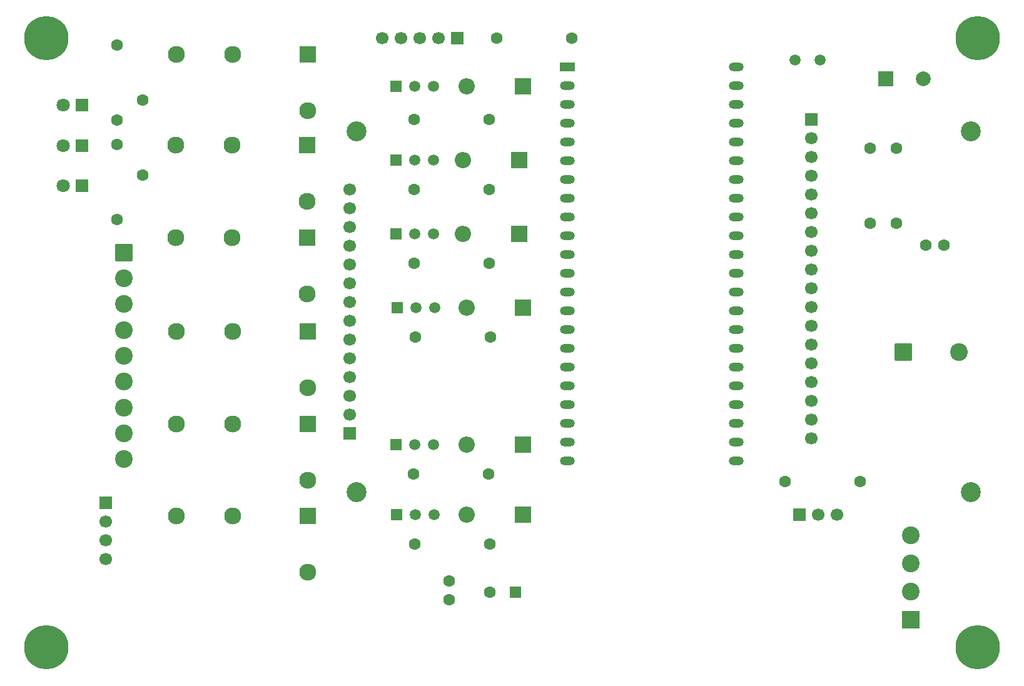
<source format=gbr>
%TF.GenerationSoftware,KiCad,Pcbnew,9.0.6-9.0.6~ubuntu22.04.1*%
%TF.CreationDate,2025-12-09T13:45:13-06:00*%
%TF.ProjectId,ESP32-DevKitC3-Simple-Thermostat-PCB,45535033-322d-4446-9576-4b697443332d,rev?*%
%TF.SameCoordinates,Original*%
%TF.FileFunction,Soldermask,Bot*%
%TF.FilePolarity,Negative*%
%FSLAX46Y46*%
G04 Gerber Fmt 4.6, Leading zero omitted, Abs format (unit mm)*
G04 Created by KiCad (PCBNEW 9.0.6-9.0.6~ubuntu22.04.1) date 2025-12-09 13:45:13*
%MOMM*%
%LPD*%
G01*
G04 APERTURE LIST*
G04 Aperture macros list*
%AMRoundRect*
0 Rectangle with rounded corners*
0 $1 Rounding radius*
0 $2 $3 $4 $5 $6 $7 $8 $9 X,Y pos of 4 corners*
0 Add a 4 corners polygon primitive as box body*
4,1,4,$2,$3,$4,$5,$6,$7,$8,$9,$2,$3,0*
0 Add four circle primitives for the rounded corners*
1,1,$1+$1,$2,$3*
1,1,$1+$1,$4,$5*
1,1,$1+$1,$6,$7*
1,1,$1+$1,$8,$9*
0 Add four rect primitives between the rounded corners*
20,1,$1+$1,$2,$3,$4,$5,0*
20,1,$1+$1,$4,$5,$6,$7,0*
20,1,$1+$1,$6,$7,$8,$9,0*
20,1,$1+$1,$8,$9,$2,$3,0*%
G04 Aperture macros list end*
%ADD10C,1.600000*%
%ADD11R,1.700000X1.700000*%
%ADD12C,1.700000*%
%ADD13C,6.000000*%
%ADD14R,2.300000X2.300000*%
%ADD15C,2.300000*%
%ADD16R,1.500000X1.500000*%
%ADD17C,1.500000*%
%ADD18R,1.800000X1.800000*%
%ADD19C,1.800000*%
%ADD20RoundRect,0.250001X-0.949999X0.949999X-0.949999X-0.949999X0.949999X-0.949999X0.949999X0.949999X0*%
%ADD21C,2.400000*%
%ADD22R,2.200000X2.200000*%
%ADD23O,2.200000X2.200000*%
%ADD24C,2.700000*%
%ADD25R,2.000000X2.000000*%
%ADD26C,2.000000*%
%ADD27RoundRect,0.250000X0.550000X0.550000X-0.550000X0.550000X-0.550000X-0.550000X0.550000X-0.550000X0*%
%ADD28R,2.400000X2.400000*%
%ADD29R,2.000000X1.200000*%
%ADD30O,2.000000X1.200000*%
%ADD31RoundRect,0.250001X-0.949999X-0.949999X0.949999X-0.949999X0.949999X0.949999X-0.949999X0.949999X0*%
G04 APERTURE END LIST*
D10*
%TO.C,R11*%
X34500000Y-56080000D03*
X34500000Y-45920000D03*
%TD*%
D11*
%TO.C,J6*%
X80620000Y-31500000D03*
D12*
X78080000Y-31500000D03*
X75540000Y-31500000D03*
X73000000Y-31500000D03*
X70460000Y-31500000D03*
%TD*%
D13*
%TO.C,H3*%
X151000000Y-114000000D03*
%TD*%
D10*
%TO.C,R10*%
X85920000Y-31500000D03*
X96080000Y-31500000D03*
%TD*%
D14*
%TO.C,K1*%
X60375000Y-33700000D03*
D15*
X50215000Y-33700000D03*
X42595000Y-33700000D03*
X60375000Y-41320000D03*
%TD*%
D16*
%TO.C,Q3*%
X72270000Y-58000000D03*
D17*
X74810000Y-58000000D03*
X77350000Y-58000000D03*
%TD*%
%TO.C,R12*%
X126300000Y-34500000D03*
X129700000Y-34500000D03*
%TD*%
D10*
%TO.C,R8*%
X140000000Y-56580000D03*
X140000000Y-46420000D03*
%TD*%
D18*
%TO.C,D10*%
X29770000Y-46030000D03*
D19*
X27230000Y-46030000D03*
%TD*%
D20*
%TO.C,J2*%
X35500000Y-60500000D03*
D21*
X35500000Y-64000000D03*
X35500000Y-67500000D03*
X35500000Y-71000000D03*
X35500000Y-74500000D03*
X35500000Y-78000000D03*
X35500000Y-81500000D03*
X35500000Y-85000000D03*
X35500000Y-88500000D03*
%TD*%
D22*
%TO.C,D4*%
X89500000Y-68000000D03*
D23*
X81880000Y-68000000D03*
%TD*%
D11*
%TO.C,J1*%
X128500000Y-42520000D03*
D12*
X128500000Y-45060000D03*
X128500000Y-47600000D03*
X128500000Y-50140000D03*
X128500000Y-52680000D03*
X128500000Y-55220000D03*
X128500000Y-57760000D03*
X128500000Y-60300000D03*
X128500000Y-62840000D03*
X128500000Y-65380000D03*
X128500000Y-67920000D03*
X128500000Y-70460000D03*
X128500000Y-73000000D03*
X128500000Y-75540000D03*
X128500000Y-78080000D03*
X128500000Y-80620000D03*
X128500000Y-83160000D03*
X128500000Y-85700000D03*
%TD*%
D13*
%TO.C,H2*%
X25000000Y-114000000D03*
%TD*%
D18*
%TO.C,D11*%
X29770000Y-40560000D03*
D19*
X27230000Y-40560000D03*
%TD*%
D10*
%TO.C,C6*%
X146500000Y-59500000D03*
X144000000Y-59500000D03*
%TD*%
%TO.C,R13*%
X38000000Y-50080000D03*
X38000000Y-39920000D03*
%TD*%
%TO.C,R7*%
X124920000Y-91500000D03*
X135080000Y-91500000D03*
%TD*%
D16*
%TO.C,Q4*%
X72460000Y-68000000D03*
D17*
X75000000Y-68000000D03*
X77540000Y-68000000D03*
%TD*%
D22*
%TO.C,D3*%
X89000000Y-58000000D03*
D23*
X81380000Y-58000000D03*
%TD*%
D24*
%TO.C,H6*%
X67000000Y-93000000D03*
%TD*%
D22*
%TO.C,D2*%
X89000000Y-48000000D03*
D23*
X81380000Y-48000000D03*
%TD*%
D16*
%TO.C,Q5*%
X72310000Y-86500000D03*
D17*
X74850000Y-86500000D03*
X77390000Y-86500000D03*
%TD*%
D14*
%TO.C,K5*%
X60375000Y-83700000D03*
D15*
X50215000Y-83700000D03*
X42595000Y-83700000D03*
X60375000Y-91320000D03*
%TD*%
D10*
%TO.C,R1*%
X74730000Y-42500000D03*
X84890000Y-42500000D03*
%TD*%
D24*
%TO.C,H7*%
X67000000Y-44100000D03*
%TD*%
D22*
%TO.C,D5*%
X89500000Y-86500000D03*
D23*
X81880000Y-86500000D03*
%TD*%
D25*
%TO.C,BZ1*%
X138629200Y-37000000D03*
D26*
X143629200Y-37000000D03*
%TD*%
D14*
%TO.C,K2*%
X60280000Y-46000000D03*
D15*
X50120000Y-46000000D03*
X42500000Y-46000000D03*
X60280000Y-53620000D03*
%TD*%
D10*
%TO.C,R6*%
X74840000Y-100000000D03*
X85000000Y-100000000D03*
%TD*%
D13*
%TO.C,H1*%
X25000000Y-31500000D03*
%TD*%
D10*
%TO.C,R5*%
X74650000Y-90500000D03*
X84810000Y-90500000D03*
%TD*%
%TO.C,R3*%
X74730000Y-62000000D03*
X84890000Y-62000000D03*
%TD*%
D27*
%TO.C,C8*%
X88500000Y-106500000D03*
D10*
X85000000Y-106500000D03*
%TD*%
D28*
%TO.C,D7*%
X142000000Y-110200000D03*
D21*
X142000000Y-106390000D03*
X142000000Y-102580000D03*
X142000000Y-98770000D03*
%TD*%
D29*
%TO.C,U1*%
X95500000Y-35360000D03*
D30*
X95500000Y-37900000D03*
X95500000Y-40440000D03*
X95500000Y-42980000D03*
X95500000Y-45520000D03*
X95500000Y-48060000D03*
X95500000Y-50600000D03*
X95500000Y-53140000D03*
X95500000Y-55680000D03*
X95500000Y-58220000D03*
X95500000Y-60760000D03*
X95500000Y-63300000D03*
X95500000Y-65840000D03*
X95500000Y-68380000D03*
X95500000Y-70920000D03*
X95500000Y-73460000D03*
X95500000Y-76000000D03*
X95500000Y-78540000D03*
X95500000Y-81080000D03*
X95496320Y-83617280D03*
X95496320Y-86157280D03*
X95496320Y-88697280D03*
X118360000Y-88700000D03*
X118360000Y-86160000D03*
X118360000Y-83620000D03*
X118360000Y-81080000D03*
X118360000Y-78540000D03*
X118360000Y-76000000D03*
X118360000Y-73460000D03*
X118360000Y-70920000D03*
X118360000Y-68380000D03*
X118360000Y-65840000D03*
X118360000Y-63300000D03*
X118360000Y-60760000D03*
X118360000Y-58220000D03*
X118360000Y-55680000D03*
X118360000Y-53140000D03*
X118360000Y-50600000D03*
X118360000Y-48060000D03*
X118360000Y-45520000D03*
X118360000Y-42980000D03*
X118360000Y-40440000D03*
X118360000Y-37900000D03*
X118360000Y-35360000D03*
%TD*%
D16*
%TO.C,Q1*%
X72270000Y-38000000D03*
D17*
X74810000Y-38000000D03*
X77350000Y-38000000D03*
%TD*%
D22*
%TO.C,D1*%
X89500000Y-38000000D03*
D23*
X81880000Y-38000000D03*
%TD*%
D16*
%TO.C,Q6*%
X72380000Y-96000000D03*
D17*
X74920000Y-96000000D03*
X77460000Y-96000000D03*
%TD*%
D11*
%TO.C,J3*%
X126920000Y-96000000D03*
D12*
X129460000Y-96000000D03*
X132000000Y-96000000D03*
%TD*%
D10*
%TO.C,R9*%
X136500000Y-56580000D03*
X136500000Y-46420000D03*
%TD*%
D22*
%TO.C,D6*%
X89500000Y-96000000D03*
D23*
X81880000Y-96000000D03*
%TD*%
D10*
%TO.C,R14*%
X34500000Y-42580000D03*
X34500000Y-32420000D03*
%TD*%
%TO.C,R2*%
X74730000Y-52000000D03*
X84890000Y-52000000D03*
%TD*%
D11*
%TO.C,J5*%
X33000000Y-94420000D03*
D12*
X33000000Y-96960000D03*
X33000000Y-99500000D03*
X33000000Y-102040000D03*
%TD*%
D14*
%TO.C,K4*%
X60375000Y-71200000D03*
D15*
X50215000Y-71200000D03*
X42595000Y-71200000D03*
X60375000Y-78820000D03*
%TD*%
D14*
%TO.C,K3*%
X60280000Y-58500000D03*
D15*
X50120000Y-58500000D03*
X42500000Y-58500000D03*
X60280000Y-66120000D03*
%TD*%
D24*
%TO.C,H5*%
X150110000Y-93000000D03*
%TD*%
D10*
%TO.C,C9*%
X79500000Y-107500000D03*
X79500000Y-105000000D03*
%TD*%
D16*
%TO.C,Q2*%
X72270000Y-48000000D03*
D17*
X74810000Y-48000000D03*
X77350000Y-48000000D03*
%TD*%
D13*
%TO.C,H4*%
X151000000Y-31500000D03*
%TD*%
D10*
%TO.C,R4*%
X74920000Y-72000000D03*
X85080000Y-72000000D03*
%TD*%
D24*
%TO.C,H8*%
X150110000Y-44100000D03*
%TD*%
D31*
%TO.C,C5*%
X140987200Y-74000000D03*
D21*
X148487200Y-74000000D03*
%TD*%
D18*
%TO.C,D9*%
X29770000Y-51500000D03*
D19*
X27230000Y-51500000D03*
%TD*%
D11*
%TO.C,J4*%
X66000000Y-85040000D03*
D12*
X66000000Y-82500000D03*
X66000000Y-79960000D03*
X66000000Y-77420000D03*
X66000000Y-74880000D03*
X66000000Y-72340000D03*
X66000000Y-69800000D03*
X66000000Y-67260000D03*
X66000000Y-64720000D03*
X66000000Y-62180000D03*
X66000000Y-59640000D03*
X66000000Y-57100000D03*
X66000000Y-54560000D03*
X66000000Y-52020000D03*
%TD*%
D14*
%TO.C,K6*%
X60375000Y-96200000D03*
D15*
X50215000Y-96200000D03*
X42595000Y-96200000D03*
X60375000Y-103820000D03*
%TD*%
M02*

</source>
